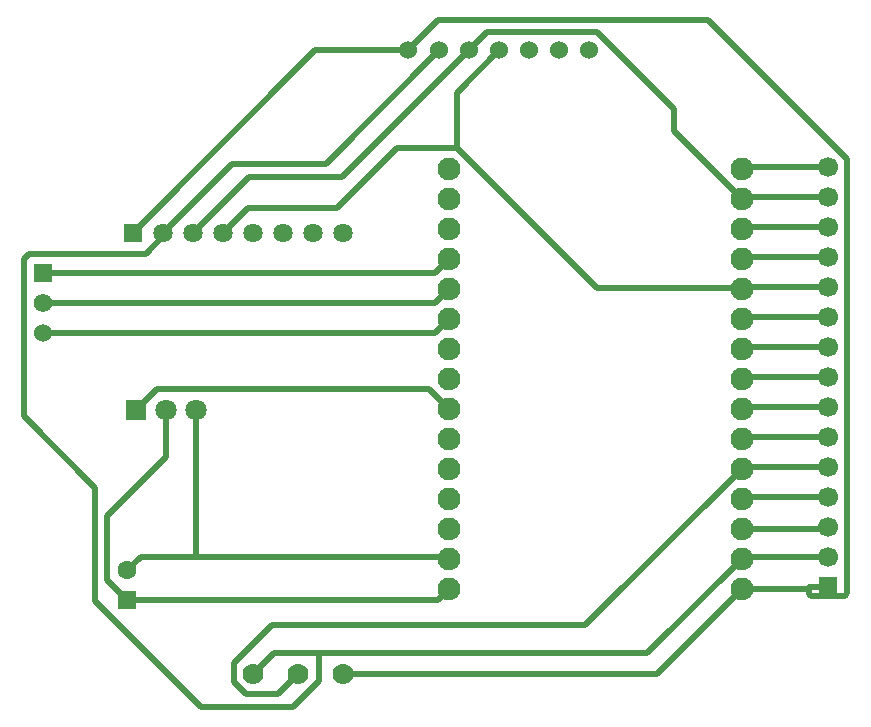
<source format=gbl>
G04 Layer: BottomLayer*
G04 EasyEDA v6.5.42, 2024-04-05 23:01:38*
G04 9a974a588d324e8b8ed75c96a1a2608a,45826c4407594220944428adbfc87ba6,10*
G04 Gerber Generator version 0.2*
G04 Scale: 100 percent, Rotated: No, Reflected: No *
G04 Dimensions in millimeters *
G04 leading zeros omitted , absolute positions ,4 integer and 5 decimal *
%FSLAX45Y45*%
%MOMM*%

%ADD10C,0.5000*%
%ADD11C,1.9304*%
%ADD12C,1.7000*%
%ADD13R,1.5748X1.7000*%
%ADD14R,1.6332X1.6332*%
%ADD15C,1.6332*%
%ADD16C,1.5240*%
%ADD17R,1.8000X1.8000*%
%ADD18C,1.8000*%
%ADD19R,1.5748X1.5748*%
%ADD20C,1.5748*%
%ADD21R,1.6000X1.6000*%
%ADD22C,1.6000*%
%ADD23C,1.7780*%

%LPD*%
D10*
X3467105Y9410700D02*
G01*
X4050517Y9994112D01*
X4844267Y9994112D01*
X5803905Y10953750D01*
X9093205Y6667500D02*
G01*
X8382335Y6667500D01*
X8364428Y6649593D01*
X4785365Y5851118D02*
G01*
X4404339Y5851118D01*
X4230121Y5676900D01*
X8364428Y6649593D02*
G01*
X7565953Y5851118D01*
X4785365Y5851118D01*
X4785365Y5851118D02*
G01*
X4785365Y5617794D01*
X4564308Y5396737D01*
X3788084Y5396737D01*
X2892760Y6292062D01*
X2892760Y7250226D01*
X2286462Y7856524D01*
X2286462Y9184767D01*
X2334061Y9232366D01*
X3320978Y9232366D01*
X3467105Y9378492D01*
X3467105Y9410700D01*
X2451105Y8559800D02*
G01*
X5765627Y8559800D01*
X5887420Y8681593D01*
X2451105Y8813800D02*
G01*
X5765627Y8813800D01*
X5887420Y8935593D01*
X2451105Y9067800D02*
G01*
X5765627Y9067800D01*
X5887420Y9189593D01*
X4990089Y5676900D02*
G01*
X7645735Y5676900D01*
X8364428Y6395593D01*
X5537205Y10953750D02*
G01*
X4756155Y10953750D01*
X3213105Y9410700D01*
X8937680Y6395593D02*
G01*
X8364428Y6395593D01*
X8939408Y6413500D02*
G01*
X8939408Y6397320D01*
X8937680Y6395593D01*
X8937680Y6395593D02*
G01*
X8937680Y6349161D01*
X8952285Y6334556D01*
X9238772Y6334556D01*
X9259879Y6355664D01*
X9259879Y10034879D01*
X8082818Y11211940D01*
X5795396Y11211940D01*
X5537205Y10953750D01*
X9093205Y6413500D02*
G01*
X8939408Y6413500D01*
X3238505Y7912100D02*
G01*
X3415416Y8089011D01*
X5718002Y8089011D01*
X5887420Y7919593D01*
X9093205Y9969500D02*
G01*
X8382335Y9969500D01*
X8364428Y9951593D01*
X9093205Y9461500D02*
G01*
X8382335Y9461500D01*
X8364428Y9443593D01*
X9093205Y9207500D02*
G01*
X8382335Y9207500D01*
X8364428Y9189593D01*
X9093205Y8699500D02*
G01*
X8382335Y8699500D01*
X8364428Y8681593D01*
X9093205Y8445500D02*
G01*
X8382335Y8445500D01*
X8364428Y8427593D01*
X9093205Y8191500D02*
G01*
X8382335Y8191500D01*
X8364428Y8173593D01*
X9093205Y7937500D02*
G01*
X8382335Y7937500D01*
X8364428Y7919593D01*
X9093205Y7683500D02*
G01*
X8382335Y7683500D01*
X8364428Y7665593D01*
X9093205Y7429500D02*
G01*
X8382335Y7429500D01*
X8364428Y7411593D01*
X4610105Y5676900D02*
G01*
X4436699Y5503494D01*
X4168170Y5503494D01*
X4065732Y5605932D01*
X4065732Y5763183D01*
X4389328Y6086779D01*
X7039615Y6086779D01*
X8364428Y7411593D01*
X9093205Y7175500D02*
G01*
X8382335Y7175500D01*
X8364428Y7157593D01*
X9093205Y6921500D02*
G01*
X9075298Y6903593D01*
X8364428Y6903593D01*
X3746505Y6667576D02*
G01*
X3746505Y7912100D01*
X3162305Y6553200D02*
G01*
X3276681Y6667576D01*
X3746505Y6667576D01*
X3746505Y6667576D02*
G01*
X5869437Y6667576D01*
X5887420Y6649593D01*
X9093205Y9715500D02*
G01*
X8382335Y9715500D01*
X8364428Y9697593D01*
X3721105Y9410700D02*
G01*
X4190395Y9879990D01*
X4984145Y9879990D01*
X6057905Y10953750D01*
X6057905Y10953750D02*
G01*
X6210889Y11106734D01*
X7144517Y11106734D01*
X7791302Y10459948D01*
X7791302Y10270718D01*
X8364428Y9697593D01*
X8364428Y8941180D02*
G01*
X8364428Y8935593D01*
X9093205Y8953500D02*
G01*
X8376747Y8953500D01*
X8364428Y8941180D01*
X6311905Y10953750D02*
G01*
X5950869Y10592714D01*
X5950869Y10131425D01*
X8364428Y8941180D02*
G01*
X7141113Y8941180D01*
X5950869Y10131425D01*
X5950869Y10131425D02*
G01*
X5450108Y10131425D01*
X4938882Y9620199D01*
X4184604Y9620199D01*
X3975105Y9410700D01*
X5887420Y6395593D02*
G01*
X5791027Y6299200D01*
X3162305Y6299200D01*
X3162305Y6299200D02*
G01*
X2992937Y6468567D01*
X2992937Y7009790D01*
X3492505Y7509357D01*
X3492505Y7912100D01*
D11*
G01*
X8364423Y6395593D03*
G01*
X8364423Y6649593D03*
G01*
X8364423Y6903593D03*
G01*
X8364423Y7157593D03*
G01*
X8364423Y7411593D03*
G01*
X8364423Y7665593D03*
G01*
X8364423Y7919593D03*
G01*
X8364423Y8173593D03*
G01*
X8364423Y8427593D03*
G01*
X8364423Y8681593D03*
G01*
X8364423Y8935593D03*
G01*
X8364423Y9189593D03*
G01*
X8364423Y9443593D03*
G01*
X8364423Y9697593D03*
G01*
X8364423Y9951593D03*
G01*
X5887415Y9951593D03*
G01*
X5887415Y9697593D03*
G01*
X5887415Y9443593D03*
G01*
X5887415Y9189593D03*
G01*
X5887415Y8935593D03*
G01*
X5887415Y8681593D03*
G01*
X5887415Y8427593D03*
G01*
X5887415Y8173593D03*
G01*
X5887415Y7919593D03*
G01*
X5887415Y7665593D03*
G01*
X5887415Y7411593D03*
G01*
X5887415Y7157593D03*
G01*
X5887415Y6903593D03*
G01*
X5887415Y6649593D03*
G01*
X5887415Y6395593D03*
D12*
G01*
X9093200Y9969500D03*
G01*
X9093200Y9715500D03*
G01*
X9093200Y9461500D03*
G01*
X9093200Y9207500D03*
G01*
X9093200Y8953500D03*
G01*
X9093200Y8699500D03*
G01*
X9093200Y8445500D03*
G01*
X9093200Y8191500D03*
G01*
X9093200Y7937500D03*
G01*
X9093200Y7683500D03*
G01*
X9093200Y7429500D03*
G01*
X9093200Y7175500D03*
G01*
X9093200Y6921500D03*
G01*
X9093200Y6667500D03*
D13*
G01*
X9093200Y6413500D03*
D14*
G01*
X3213100Y9410700D03*
D15*
G01*
X3467100Y9410700D03*
G01*
X3721100Y9410700D03*
G01*
X3975100Y9410700D03*
G01*
X4229100Y9410700D03*
G01*
X4483100Y9410700D03*
G01*
X4737100Y9410700D03*
G01*
X4991100Y9410700D03*
D16*
G01*
X5537200Y10953750D03*
G01*
X7073900Y10953750D03*
G01*
X6819900Y10953750D03*
G01*
X6565900Y10953750D03*
G01*
X6311900Y10953750D03*
G01*
X6057900Y10953750D03*
G01*
X5803900Y10953750D03*
D17*
G01*
X3238500Y7912100D03*
D18*
G01*
X3492500Y7912100D03*
G01*
X3746500Y7912100D03*
D19*
G01*
X2451100Y9067800D03*
D20*
G01*
X2451100Y8813800D03*
D16*
G01*
X2451100Y8559800D03*
D21*
G01*
X3162300Y6299200D03*
D22*
G01*
X3162300Y6553200D03*
D23*
G01*
X4990084Y5676900D03*
G01*
X4230115Y5676900D03*
G01*
X4610100Y5676900D03*
M02*

</source>
